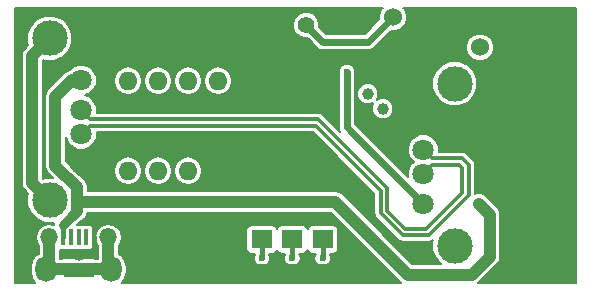
<source format=gtl>
G04 #@! TF.FileFunction,Copper,L1,Top,Signal*
%FSLAX46Y46*%
G04 Gerber Fmt 4.6, Leading zero omitted, Abs format (unit mm)*
G04 Created by KiCad (PCBNEW 4.0.1-stable) date Fri 18 Dec 2015 10:46:47 AM EET*
%MOMM*%
G01*
G04 APERTURE LIST*
%ADD10C,0.100000*%
%ADD11C,1.397000*%
%ADD12R,1.800860X1.597660*%
%ADD13C,1.000760*%
%ADD14C,1.800000*%
%ADD15C,2.999740*%
%ADD16C,1.524000*%
%ADD17O,1.600000X1.600000*%
%ADD18R,0.400000X1.350000*%
%ADD19O,1.500000X1.500000*%
%ADD20O,1.800000X2.200000*%
%ADD21R,2.500000X1.200000*%
%ADD22C,0.600000*%
%ADD23C,1.000000*%
%ADD24C,0.400000*%
%ADD25C,0.152400*%
%ADD26C,0.500000*%
%ADD27C,0.600000*%
%ADD28C,0.300000*%
%ADD29C,1.000000*%
%ADD30C,0.900000*%
%ADD31C,0.800000*%
%ADD32C,0.200000*%
G04 APERTURE END LIST*
D10*
D11*
X178320000Y-48550000D03*
X175780000Y-48550000D03*
D12*
X177180000Y-66675140D03*
X177180000Y-69514860D03*
X174605000Y-66675140D03*
X174605000Y-69514860D03*
D13*
X180975000Y-54325000D03*
X182245000Y-53055000D03*
X182245000Y-55595000D03*
D12*
X172030000Y-66675140D03*
X172030000Y-69514860D03*
D14*
X156750000Y-60322000D03*
X156750000Y-57782000D03*
X156750000Y-55750000D03*
X156750000Y-53210000D03*
D15*
X154083000Y-63370000D03*
X154083000Y-49654000D03*
D14*
X185700000Y-56537140D03*
X185700000Y-59077140D03*
X185700000Y-61109140D03*
X185700000Y-63649140D03*
D15*
X188367000Y-53489140D03*
X188367000Y-67205140D03*
D16*
X195580000Y-47860000D03*
X190500000Y-50400000D03*
X183134000Y-47860000D03*
D17*
X160710000Y-60870000D03*
X163250000Y-60870000D03*
X165790000Y-60870000D03*
X168330000Y-60870000D03*
X168330000Y-53250000D03*
X165790000Y-53250000D03*
X163250000Y-53250000D03*
X160710000Y-53250000D03*
D18*
X155224100Y-66500000D03*
X155874100Y-66500000D03*
X156524100Y-66500000D03*
X157174100Y-66500000D03*
X157824100Y-66500000D03*
D19*
X154024100Y-66500000D03*
X159024100Y-66500000D03*
D20*
X153775000Y-69200000D03*
X159275000Y-69200000D03*
D21*
X156525000Y-69262540D03*
D22*
X177180000Y-68263628D03*
D23*
X156550000Y-67950000D03*
D22*
X175900000Y-68375000D03*
X173325000Y-68375000D03*
X174605000Y-68263628D03*
X172030000Y-68263628D03*
X179225000Y-52500000D03*
D23*
X190400000Y-63649140D03*
D24*
X177180000Y-68263628D02*
X177180000Y-66675140D01*
X157824100Y-66500000D02*
X157824100Y-67575000D01*
X157824100Y-67575000D02*
X157449100Y-67950000D01*
X157449100Y-67950000D02*
X156550000Y-67950000D01*
D25*
X174605000Y-69514860D02*
X174706600Y-69514860D01*
X174706600Y-69514860D02*
X175846460Y-68375000D01*
X175846460Y-68375000D02*
X175900000Y-68375000D01*
X172030000Y-69514860D02*
X172131600Y-69514860D01*
X172131600Y-69514860D02*
X173271460Y-68375000D01*
X173271460Y-68375000D02*
X173325000Y-68375000D01*
D26*
X182170000Y-52980000D02*
X182245000Y-53055000D01*
D24*
X174605000Y-68263628D02*
X174605000Y-66675140D01*
D27*
X183134000Y-47860000D02*
X181019000Y-49975000D01*
X176478499Y-49248499D02*
X175780000Y-48550000D01*
X177205000Y-49975000D02*
X176478499Y-49248499D01*
X181019000Y-49975000D02*
X177205000Y-49975000D01*
D24*
X172030000Y-68263628D02*
X172030000Y-66675140D01*
D28*
X189525000Y-60361092D02*
X188982049Y-59818141D01*
X188982049Y-59818141D02*
X186441001Y-59818141D01*
X186441001Y-59818141D02*
X185700000Y-59077140D01*
X189525000Y-62938908D02*
X189525000Y-60361092D01*
X156750000Y-57782000D02*
X157491001Y-57040999D01*
X157491001Y-57040999D02*
X176577091Y-57040999D01*
X176577091Y-57040999D02*
X182100000Y-62563908D01*
X182100000Y-62563908D02*
X182100000Y-64463908D01*
X182100000Y-64463908D02*
X183936092Y-66300000D01*
X183936092Y-66300000D02*
X186163908Y-66300000D01*
X186163908Y-66300000D02*
X189525000Y-62938908D01*
X188975000Y-60588908D02*
X188754231Y-60368139D01*
X186441001Y-60368139D02*
X185700000Y-61109140D01*
X188754231Y-60368139D02*
X186441001Y-60368139D01*
X188975000Y-62711092D02*
X188975000Y-60588908D01*
X182650000Y-64236092D02*
X184163908Y-65750000D01*
X157491001Y-56491001D02*
X176804909Y-56491001D01*
X184163908Y-65750000D02*
X185936092Y-65750000D01*
X156750000Y-55750000D02*
X157491001Y-56491001D01*
X176804909Y-56491001D02*
X182650000Y-62336092D01*
X182650000Y-62336092D02*
X182650000Y-64236092D01*
X185936092Y-65750000D02*
X188975000Y-62711092D01*
D29*
X154083000Y-63370000D02*
X152583131Y-61870131D01*
X152583131Y-61870131D02*
X152583131Y-51153869D01*
X152583131Y-51153869D02*
X154083000Y-49654000D01*
X159024100Y-66500000D02*
X159024100Y-68949100D01*
X159024100Y-68949100D02*
X159275000Y-69200000D01*
X159275000Y-69200000D02*
X156587540Y-69200000D01*
X156587540Y-69200000D02*
X156525000Y-69262540D01*
X153775000Y-69200000D02*
X156462460Y-69200000D01*
X156462460Y-69200000D02*
X156525000Y-69262540D01*
X154024100Y-66500000D02*
X154024100Y-68950900D01*
X154024100Y-68950900D02*
X153775000Y-69200000D01*
D27*
X179225000Y-52500000D02*
X179225000Y-57174140D01*
X179225000Y-57174140D02*
X185700000Y-63649140D01*
D29*
X156375000Y-63500000D02*
X178225000Y-63500000D01*
X178225000Y-63500000D02*
X184375000Y-69650000D01*
X184375000Y-69650000D02*
X189800000Y-69650000D01*
X189800000Y-69650000D02*
X191325000Y-68125000D01*
X191325000Y-68125000D02*
X191325000Y-64574140D01*
X191325000Y-64574140D02*
X190400000Y-63649140D01*
X156375000Y-63500000D02*
X156375000Y-62250000D01*
X156375000Y-64274100D02*
X156375000Y-63500000D01*
D30*
X155949100Y-64700000D02*
X156375000Y-64274100D01*
D29*
X156375000Y-62250000D02*
X154550000Y-60425000D01*
X154550000Y-60425000D02*
X154550000Y-54575000D01*
X154550000Y-54575000D02*
X155915000Y-53210000D01*
X155915000Y-53210000D02*
X156750000Y-53210000D01*
D24*
X155224100Y-66500000D02*
X155224100Y-65425000D01*
D31*
X155224100Y-65425000D02*
X155949100Y-64700000D01*
D32*
G36*
X182149479Y-47200920D02*
X181972202Y-47627850D01*
X181971849Y-48032201D01*
X180729050Y-49275000D01*
X177494949Y-49275000D01*
X176973474Y-48753524D01*
X176878406Y-48658456D01*
X176878690Y-48332453D01*
X176711806Y-47928563D01*
X176403063Y-47619280D01*
X175999464Y-47451691D01*
X175562453Y-47451310D01*
X175158563Y-47618194D01*
X174849280Y-47926937D01*
X174681691Y-48330536D01*
X174681310Y-48767547D01*
X174848194Y-49171437D01*
X175156937Y-49480720D01*
X175560536Y-49648309D01*
X175888645Y-49648595D01*
X175983524Y-49743474D01*
X176710023Y-50469972D01*
X176710025Y-50469975D01*
X176781111Y-50517473D01*
X176937121Y-50621716D01*
X177205000Y-50675001D01*
X177205005Y-50675000D01*
X181019000Y-50675000D01*
X181244618Y-50630122D01*
X189337799Y-50630122D01*
X189514330Y-51057360D01*
X189840920Y-51384521D01*
X190267850Y-51561798D01*
X190730122Y-51562201D01*
X191157360Y-51385670D01*
X191484521Y-51059080D01*
X191661798Y-50632150D01*
X191662201Y-50169878D01*
X191485670Y-49742640D01*
X191159080Y-49415479D01*
X190732150Y-49238202D01*
X190269878Y-49237799D01*
X189842640Y-49414330D01*
X189515479Y-49740920D01*
X189338202Y-50167850D01*
X189337799Y-50630122D01*
X181244618Y-50630122D01*
X181286879Y-50621716D01*
X181513975Y-50469975D01*
X182962099Y-49021851D01*
X183364122Y-49022201D01*
X183791360Y-48845670D01*
X184118521Y-48519080D01*
X184295798Y-48092150D01*
X184296201Y-47629878D01*
X184119670Y-47202640D01*
X183992253Y-47075000D01*
X198650000Y-47075000D01*
X198650000Y-70350000D01*
X190341206Y-70350000D01*
X190436396Y-70286396D01*
X191961396Y-68761396D01*
X192156492Y-68469415D01*
X192225000Y-68125000D01*
X192225000Y-64574140D01*
X192156492Y-64229725D01*
X191961396Y-63937744D01*
X191036951Y-63013299D01*
X190910475Y-62886602D01*
X190744416Y-62817649D01*
X190744415Y-62817648D01*
X190744414Y-62817648D01*
X190579806Y-62749297D01*
X190221764Y-62748984D01*
X190075000Y-62809626D01*
X190075000Y-60361097D01*
X190075001Y-60361092D01*
X190033134Y-60150616D01*
X189958493Y-60038908D01*
X189913909Y-59972183D01*
X189913906Y-59972181D01*
X189370958Y-59429232D01*
X189192525Y-59310007D01*
X188982049Y-59268141D01*
X186999834Y-59268141D01*
X187000226Y-58819688D01*
X186802729Y-58341711D01*
X186437353Y-57975696D01*
X185959721Y-57777366D01*
X185442548Y-57776914D01*
X184964571Y-57974411D01*
X184598556Y-58339787D01*
X184400226Y-58817419D01*
X184399774Y-59334592D01*
X184597271Y-59812569D01*
X184877521Y-60093309D01*
X184598556Y-60371787D01*
X184400226Y-60849419D01*
X184399781Y-61358971D01*
X179925000Y-56884190D01*
X179925000Y-54503311D01*
X180074465Y-54503311D01*
X180211250Y-54834358D01*
X180464310Y-55087860D01*
X180795118Y-55225223D01*
X181153311Y-55225535D01*
X181479455Y-55090776D01*
X181344777Y-55415118D01*
X181344465Y-55773311D01*
X181481250Y-56104358D01*
X181734310Y-56357860D01*
X182065118Y-56495223D01*
X182423311Y-56495535D01*
X182754358Y-56358750D01*
X183007860Y-56105690D01*
X183145223Y-55774882D01*
X183145535Y-55416689D01*
X183008750Y-55085642D01*
X182755690Y-54832140D01*
X182424882Y-54694777D01*
X182066689Y-54694465D01*
X181740545Y-54829224D01*
X181875223Y-54504882D01*
X181875535Y-54146689D01*
X181759306Y-53865390D01*
X186466801Y-53865390D01*
X186755429Y-54563924D01*
X187289405Y-55098833D01*
X187987434Y-55388680D01*
X188743250Y-55389339D01*
X189441784Y-55100711D01*
X189976693Y-54566735D01*
X190266540Y-53868706D01*
X190267199Y-53112890D01*
X189978571Y-52414356D01*
X189444595Y-51879447D01*
X188746566Y-51589600D01*
X187990750Y-51588941D01*
X187292216Y-51877569D01*
X186757307Y-52411545D01*
X186467460Y-53109574D01*
X186466801Y-53865390D01*
X181759306Y-53865390D01*
X181738750Y-53815642D01*
X181485690Y-53562140D01*
X181154882Y-53424777D01*
X180796689Y-53424465D01*
X180465642Y-53561250D01*
X180212140Y-53814310D01*
X180074777Y-54145118D01*
X180074465Y-54503311D01*
X179925000Y-54503311D01*
X179925000Y-52500000D01*
X179925121Y-52361372D01*
X179818777Y-52104000D01*
X179622036Y-51906915D01*
X179364850Y-51800122D01*
X179086372Y-51799879D01*
X178829000Y-51906223D01*
X178631915Y-52102964D01*
X178525122Y-52360150D01*
X178524879Y-52638628D01*
X178525000Y-52638921D01*
X178525000Y-57174140D01*
X178578284Y-57442019D01*
X178667971Y-57576245D01*
X177193818Y-56102092D01*
X177015385Y-55982867D01*
X176804909Y-55941001D01*
X158049834Y-55941001D01*
X158050226Y-55492548D01*
X157852729Y-55014571D01*
X157487353Y-54648556D01*
X157081015Y-54479830D01*
X157485429Y-54312729D01*
X157851444Y-53947353D01*
X158049774Y-53469721D01*
X158049986Y-53226491D01*
X159510000Y-53226491D01*
X159510000Y-53273509D01*
X159601345Y-53732729D01*
X159861472Y-54122037D01*
X160250780Y-54382164D01*
X160710000Y-54473509D01*
X161169220Y-54382164D01*
X161558528Y-54122037D01*
X161818655Y-53732729D01*
X161910000Y-53273509D01*
X161910000Y-53226491D01*
X162050000Y-53226491D01*
X162050000Y-53273509D01*
X162141345Y-53732729D01*
X162401472Y-54122037D01*
X162790780Y-54382164D01*
X163250000Y-54473509D01*
X163709220Y-54382164D01*
X164098528Y-54122037D01*
X164358655Y-53732729D01*
X164450000Y-53273509D01*
X164450000Y-53226491D01*
X164590000Y-53226491D01*
X164590000Y-53273509D01*
X164681345Y-53732729D01*
X164941472Y-54122037D01*
X165330780Y-54382164D01*
X165790000Y-54473509D01*
X166249220Y-54382164D01*
X166638528Y-54122037D01*
X166898655Y-53732729D01*
X166990000Y-53273509D01*
X166990000Y-53226491D01*
X167130000Y-53226491D01*
X167130000Y-53273509D01*
X167221345Y-53732729D01*
X167481472Y-54122037D01*
X167870780Y-54382164D01*
X168330000Y-54473509D01*
X168789220Y-54382164D01*
X169178528Y-54122037D01*
X169438655Y-53732729D01*
X169530000Y-53273509D01*
X169530000Y-53226491D01*
X169438655Y-52767271D01*
X169178528Y-52377963D01*
X168789220Y-52117836D01*
X168330000Y-52026491D01*
X167870780Y-52117836D01*
X167481472Y-52377963D01*
X167221345Y-52767271D01*
X167130000Y-53226491D01*
X166990000Y-53226491D01*
X166898655Y-52767271D01*
X166638528Y-52377963D01*
X166249220Y-52117836D01*
X165790000Y-52026491D01*
X165330780Y-52117836D01*
X164941472Y-52377963D01*
X164681345Y-52767271D01*
X164590000Y-53226491D01*
X164450000Y-53226491D01*
X164358655Y-52767271D01*
X164098528Y-52377963D01*
X163709220Y-52117836D01*
X163250000Y-52026491D01*
X162790780Y-52117836D01*
X162401472Y-52377963D01*
X162141345Y-52767271D01*
X162050000Y-53226491D01*
X161910000Y-53226491D01*
X161818655Y-52767271D01*
X161558528Y-52377963D01*
X161169220Y-52117836D01*
X160710000Y-52026491D01*
X160250780Y-52117836D01*
X159861472Y-52377963D01*
X159601345Y-52767271D01*
X159510000Y-53226491D01*
X158049986Y-53226491D01*
X158050226Y-52952548D01*
X157852729Y-52474571D01*
X157487353Y-52108556D01*
X157009721Y-51910226D01*
X156492548Y-51909774D01*
X156014571Y-52107271D01*
X155785729Y-52335713D01*
X155570585Y-52378508D01*
X155278604Y-52573604D01*
X153913604Y-53938604D01*
X153718508Y-54230585D01*
X153650000Y-54575000D01*
X153650000Y-60425000D01*
X153718508Y-60769415D01*
X153913604Y-61061396D01*
X154322546Y-61470338D01*
X153706750Y-61469801D01*
X153529027Y-61543235D01*
X153483131Y-61497339D01*
X153483131Y-51526661D01*
X153528776Y-51481016D01*
X153703434Y-51553540D01*
X154459250Y-51554199D01*
X155157784Y-51265571D01*
X155692693Y-50731595D01*
X155982540Y-50033566D01*
X155983199Y-49277750D01*
X155694571Y-48579216D01*
X155160595Y-48044307D01*
X154462566Y-47754460D01*
X153706750Y-47753801D01*
X153008216Y-48042429D01*
X152473307Y-48576405D01*
X152183460Y-49274434D01*
X152182801Y-50030250D01*
X152256235Y-50207973D01*
X151946735Y-50517473D01*
X151751639Y-50809454D01*
X151683131Y-51153869D01*
X151683131Y-61870131D01*
X151751639Y-62214546D01*
X151946735Y-62506527D01*
X152255984Y-62815776D01*
X152183460Y-62990434D01*
X152182801Y-63746250D01*
X152471429Y-64444784D01*
X153005405Y-64979693D01*
X153703434Y-65269540D01*
X154454893Y-65270195D01*
X154427538Y-65407719D01*
X154024100Y-65327470D01*
X153584014Y-65415009D01*
X153210927Y-65664297D01*
X152961639Y-66037384D01*
X152874100Y-66477470D01*
X152874100Y-66522530D01*
X152961639Y-66962616D01*
X153124100Y-67205757D01*
X153124100Y-67872076D01*
X152855761Y-68051374D01*
X152573957Y-68473125D01*
X152475000Y-68970613D01*
X152475000Y-69429387D01*
X152573957Y-69926875D01*
X152855761Y-70348626D01*
X152857817Y-70350000D01*
X151150000Y-70350000D01*
X151150000Y-47075000D01*
X182275619Y-47075000D01*
X182149479Y-47200920D01*
X182149479Y-47200920D01*
G37*
X182149479Y-47200920D02*
X181972202Y-47627850D01*
X181971849Y-48032201D01*
X180729050Y-49275000D01*
X177494949Y-49275000D01*
X176973474Y-48753524D01*
X176878406Y-48658456D01*
X176878690Y-48332453D01*
X176711806Y-47928563D01*
X176403063Y-47619280D01*
X175999464Y-47451691D01*
X175562453Y-47451310D01*
X175158563Y-47618194D01*
X174849280Y-47926937D01*
X174681691Y-48330536D01*
X174681310Y-48767547D01*
X174848194Y-49171437D01*
X175156937Y-49480720D01*
X175560536Y-49648309D01*
X175888645Y-49648595D01*
X175983524Y-49743474D01*
X176710023Y-50469972D01*
X176710025Y-50469975D01*
X176781111Y-50517473D01*
X176937121Y-50621716D01*
X177205000Y-50675001D01*
X177205005Y-50675000D01*
X181019000Y-50675000D01*
X181244618Y-50630122D01*
X189337799Y-50630122D01*
X189514330Y-51057360D01*
X189840920Y-51384521D01*
X190267850Y-51561798D01*
X190730122Y-51562201D01*
X191157360Y-51385670D01*
X191484521Y-51059080D01*
X191661798Y-50632150D01*
X191662201Y-50169878D01*
X191485670Y-49742640D01*
X191159080Y-49415479D01*
X190732150Y-49238202D01*
X190269878Y-49237799D01*
X189842640Y-49414330D01*
X189515479Y-49740920D01*
X189338202Y-50167850D01*
X189337799Y-50630122D01*
X181244618Y-50630122D01*
X181286879Y-50621716D01*
X181513975Y-50469975D01*
X182962099Y-49021851D01*
X183364122Y-49022201D01*
X183791360Y-48845670D01*
X184118521Y-48519080D01*
X184295798Y-48092150D01*
X184296201Y-47629878D01*
X184119670Y-47202640D01*
X183992253Y-47075000D01*
X198650000Y-47075000D01*
X198650000Y-70350000D01*
X190341206Y-70350000D01*
X190436396Y-70286396D01*
X191961396Y-68761396D01*
X192156492Y-68469415D01*
X192225000Y-68125000D01*
X192225000Y-64574140D01*
X192156492Y-64229725D01*
X191961396Y-63937744D01*
X191036951Y-63013299D01*
X190910475Y-62886602D01*
X190744416Y-62817649D01*
X190744415Y-62817648D01*
X190744414Y-62817648D01*
X190579806Y-62749297D01*
X190221764Y-62748984D01*
X190075000Y-62809626D01*
X190075000Y-60361097D01*
X190075001Y-60361092D01*
X190033134Y-60150616D01*
X189958493Y-60038908D01*
X189913909Y-59972183D01*
X189913906Y-59972181D01*
X189370958Y-59429232D01*
X189192525Y-59310007D01*
X188982049Y-59268141D01*
X186999834Y-59268141D01*
X187000226Y-58819688D01*
X186802729Y-58341711D01*
X186437353Y-57975696D01*
X185959721Y-57777366D01*
X185442548Y-57776914D01*
X184964571Y-57974411D01*
X184598556Y-58339787D01*
X184400226Y-58817419D01*
X184399774Y-59334592D01*
X184597271Y-59812569D01*
X184877521Y-60093309D01*
X184598556Y-60371787D01*
X184400226Y-60849419D01*
X184399781Y-61358971D01*
X179925000Y-56884190D01*
X179925000Y-54503311D01*
X180074465Y-54503311D01*
X180211250Y-54834358D01*
X180464310Y-55087860D01*
X180795118Y-55225223D01*
X181153311Y-55225535D01*
X181479455Y-55090776D01*
X181344777Y-55415118D01*
X181344465Y-55773311D01*
X181481250Y-56104358D01*
X181734310Y-56357860D01*
X182065118Y-56495223D01*
X182423311Y-56495535D01*
X182754358Y-56358750D01*
X183007860Y-56105690D01*
X183145223Y-55774882D01*
X183145535Y-55416689D01*
X183008750Y-55085642D01*
X182755690Y-54832140D01*
X182424882Y-54694777D01*
X182066689Y-54694465D01*
X181740545Y-54829224D01*
X181875223Y-54504882D01*
X181875535Y-54146689D01*
X181759306Y-53865390D01*
X186466801Y-53865390D01*
X186755429Y-54563924D01*
X187289405Y-55098833D01*
X187987434Y-55388680D01*
X188743250Y-55389339D01*
X189441784Y-55100711D01*
X189976693Y-54566735D01*
X190266540Y-53868706D01*
X190267199Y-53112890D01*
X189978571Y-52414356D01*
X189444595Y-51879447D01*
X188746566Y-51589600D01*
X187990750Y-51588941D01*
X187292216Y-51877569D01*
X186757307Y-52411545D01*
X186467460Y-53109574D01*
X186466801Y-53865390D01*
X181759306Y-53865390D01*
X181738750Y-53815642D01*
X181485690Y-53562140D01*
X181154882Y-53424777D01*
X180796689Y-53424465D01*
X180465642Y-53561250D01*
X180212140Y-53814310D01*
X180074777Y-54145118D01*
X180074465Y-54503311D01*
X179925000Y-54503311D01*
X179925000Y-52500000D01*
X179925121Y-52361372D01*
X179818777Y-52104000D01*
X179622036Y-51906915D01*
X179364850Y-51800122D01*
X179086372Y-51799879D01*
X178829000Y-51906223D01*
X178631915Y-52102964D01*
X178525122Y-52360150D01*
X178524879Y-52638628D01*
X178525000Y-52638921D01*
X178525000Y-57174140D01*
X178578284Y-57442019D01*
X178667971Y-57576245D01*
X177193818Y-56102092D01*
X177015385Y-55982867D01*
X176804909Y-55941001D01*
X158049834Y-55941001D01*
X158050226Y-55492548D01*
X157852729Y-55014571D01*
X157487353Y-54648556D01*
X157081015Y-54479830D01*
X157485429Y-54312729D01*
X157851444Y-53947353D01*
X158049774Y-53469721D01*
X158049986Y-53226491D01*
X159510000Y-53226491D01*
X159510000Y-53273509D01*
X159601345Y-53732729D01*
X159861472Y-54122037D01*
X160250780Y-54382164D01*
X160710000Y-54473509D01*
X161169220Y-54382164D01*
X161558528Y-54122037D01*
X161818655Y-53732729D01*
X161910000Y-53273509D01*
X161910000Y-53226491D01*
X162050000Y-53226491D01*
X162050000Y-53273509D01*
X162141345Y-53732729D01*
X162401472Y-54122037D01*
X162790780Y-54382164D01*
X163250000Y-54473509D01*
X163709220Y-54382164D01*
X164098528Y-54122037D01*
X164358655Y-53732729D01*
X164450000Y-53273509D01*
X164450000Y-53226491D01*
X164590000Y-53226491D01*
X164590000Y-53273509D01*
X164681345Y-53732729D01*
X164941472Y-54122037D01*
X165330780Y-54382164D01*
X165790000Y-54473509D01*
X166249220Y-54382164D01*
X166638528Y-54122037D01*
X166898655Y-53732729D01*
X166990000Y-53273509D01*
X166990000Y-53226491D01*
X167130000Y-53226491D01*
X167130000Y-53273509D01*
X167221345Y-53732729D01*
X167481472Y-54122037D01*
X167870780Y-54382164D01*
X168330000Y-54473509D01*
X168789220Y-54382164D01*
X169178528Y-54122037D01*
X169438655Y-53732729D01*
X169530000Y-53273509D01*
X169530000Y-53226491D01*
X169438655Y-52767271D01*
X169178528Y-52377963D01*
X168789220Y-52117836D01*
X168330000Y-52026491D01*
X167870780Y-52117836D01*
X167481472Y-52377963D01*
X167221345Y-52767271D01*
X167130000Y-53226491D01*
X166990000Y-53226491D01*
X166898655Y-52767271D01*
X166638528Y-52377963D01*
X166249220Y-52117836D01*
X165790000Y-52026491D01*
X165330780Y-52117836D01*
X164941472Y-52377963D01*
X164681345Y-52767271D01*
X164590000Y-53226491D01*
X164450000Y-53226491D01*
X164358655Y-52767271D01*
X164098528Y-52377963D01*
X163709220Y-52117836D01*
X163250000Y-52026491D01*
X162790780Y-52117836D01*
X162401472Y-52377963D01*
X162141345Y-52767271D01*
X162050000Y-53226491D01*
X161910000Y-53226491D01*
X161818655Y-52767271D01*
X161558528Y-52377963D01*
X161169220Y-52117836D01*
X160710000Y-52026491D01*
X160250780Y-52117836D01*
X159861472Y-52377963D01*
X159601345Y-52767271D01*
X159510000Y-53226491D01*
X158049986Y-53226491D01*
X158050226Y-52952548D01*
X157852729Y-52474571D01*
X157487353Y-52108556D01*
X157009721Y-51910226D01*
X156492548Y-51909774D01*
X156014571Y-52107271D01*
X155785729Y-52335713D01*
X155570585Y-52378508D01*
X155278604Y-52573604D01*
X153913604Y-53938604D01*
X153718508Y-54230585D01*
X153650000Y-54575000D01*
X153650000Y-60425000D01*
X153718508Y-60769415D01*
X153913604Y-61061396D01*
X154322546Y-61470338D01*
X153706750Y-61469801D01*
X153529027Y-61543235D01*
X153483131Y-61497339D01*
X153483131Y-51526661D01*
X153528776Y-51481016D01*
X153703434Y-51553540D01*
X154459250Y-51554199D01*
X155157784Y-51265571D01*
X155692693Y-50731595D01*
X155982540Y-50033566D01*
X155983199Y-49277750D01*
X155694571Y-48579216D01*
X155160595Y-48044307D01*
X154462566Y-47754460D01*
X153706750Y-47753801D01*
X153008216Y-48042429D01*
X152473307Y-48576405D01*
X152183460Y-49274434D01*
X152182801Y-50030250D01*
X152256235Y-50207973D01*
X151946735Y-50517473D01*
X151751639Y-50809454D01*
X151683131Y-51153869D01*
X151683131Y-61870131D01*
X151751639Y-62214546D01*
X151946735Y-62506527D01*
X152255984Y-62815776D01*
X152183460Y-62990434D01*
X152182801Y-63746250D01*
X152471429Y-64444784D01*
X153005405Y-64979693D01*
X153703434Y-65269540D01*
X154454893Y-65270195D01*
X154427538Y-65407719D01*
X154024100Y-65327470D01*
X153584014Y-65415009D01*
X153210927Y-65664297D01*
X152961639Y-66037384D01*
X152874100Y-66477470D01*
X152874100Y-66522530D01*
X152961639Y-66962616D01*
X153124100Y-67205757D01*
X153124100Y-67872076D01*
X152855761Y-68051374D01*
X152573957Y-68473125D01*
X152475000Y-68970613D01*
X152475000Y-69429387D01*
X152573957Y-69926875D01*
X152855761Y-70348626D01*
X152857817Y-70350000D01*
X151150000Y-70350000D01*
X151150000Y-47075000D01*
X182275619Y-47075000D01*
X182149479Y-47200920D01*
G36*
X183738604Y-70286396D02*
X183833794Y-70350000D01*
X160192183Y-70350000D01*
X160194239Y-70348626D01*
X160476043Y-69926875D01*
X160575000Y-69429387D01*
X160575000Y-68970613D01*
X160476043Y-68473125D01*
X160194239Y-68051374D01*
X159924100Y-67870874D01*
X159924100Y-67205757D01*
X160086561Y-66962616D01*
X160174100Y-66522530D01*
X160174100Y-66477470D01*
X160086561Y-66037384D01*
X159978936Y-65876310D01*
X170721734Y-65876310D01*
X170721734Y-67473970D01*
X170749626Y-67622201D01*
X170837230Y-67758342D01*
X170970899Y-67849674D01*
X171129570Y-67881806D01*
X171430000Y-67881806D01*
X171430000Y-67883245D01*
X171330122Y-68123778D01*
X171329879Y-68402256D01*
X171436223Y-68659628D01*
X171632964Y-68856713D01*
X171890150Y-68963506D01*
X172168628Y-68963749D01*
X172426000Y-68857405D01*
X172623085Y-68660664D01*
X172729878Y-68403478D01*
X172730121Y-68125000D01*
X172630000Y-67882689D01*
X172630000Y-67881806D01*
X172930430Y-67881806D01*
X173078661Y-67853914D01*
X173214802Y-67766310D01*
X173306134Y-67632641D01*
X173316738Y-67580279D01*
X173324626Y-67622201D01*
X173412230Y-67758342D01*
X173545899Y-67849674D01*
X173704570Y-67881806D01*
X174005000Y-67881806D01*
X174005000Y-67883245D01*
X173905122Y-68123778D01*
X173904879Y-68402256D01*
X174011223Y-68659628D01*
X174207964Y-68856713D01*
X174465150Y-68963506D01*
X174743628Y-68963749D01*
X175001000Y-68857405D01*
X175198085Y-68660664D01*
X175304878Y-68403478D01*
X175305121Y-68125000D01*
X175205000Y-67882689D01*
X175205000Y-67881806D01*
X175505430Y-67881806D01*
X175653661Y-67853914D01*
X175789802Y-67766310D01*
X175881134Y-67632641D01*
X175891738Y-67580279D01*
X175899626Y-67622201D01*
X175987230Y-67758342D01*
X176120899Y-67849674D01*
X176279570Y-67881806D01*
X176580000Y-67881806D01*
X176580000Y-67883245D01*
X176480122Y-68123778D01*
X176479879Y-68402256D01*
X176586223Y-68659628D01*
X176782964Y-68856713D01*
X177040150Y-68963506D01*
X177318628Y-68963749D01*
X177576000Y-68857405D01*
X177773085Y-68660664D01*
X177879878Y-68403478D01*
X177880121Y-68125000D01*
X177780000Y-67882689D01*
X177780000Y-67881806D01*
X178080430Y-67881806D01*
X178228661Y-67853914D01*
X178364802Y-67766310D01*
X178456134Y-67632641D01*
X178488266Y-67473970D01*
X178488266Y-65876310D01*
X178460374Y-65728079D01*
X178372770Y-65591938D01*
X178239101Y-65500606D01*
X178080430Y-65468474D01*
X176279570Y-65468474D01*
X176131339Y-65496366D01*
X175995198Y-65583970D01*
X175903866Y-65717639D01*
X175893262Y-65770001D01*
X175885374Y-65728079D01*
X175797770Y-65591938D01*
X175664101Y-65500606D01*
X175505430Y-65468474D01*
X173704570Y-65468474D01*
X173556339Y-65496366D01*
X173420198Y-65583970D01*
X173328866Y-65717639D01*
X173318262Y-65770001D01*
X173310374Y-65728079D01*
X173222770Y-65591938D01*
X173089101Y-65500606D01*
X172930430Y-65468474D01*
X171129570Y-65468474D01*
X170981339Y-65496366D01*
X170845198Y-65583970D01*
X170753866Y-65717639D01*
X170721734Y-65876310D01*
X159978936Y-65876310D01*
X159837273Y-65664297D01*
X159464186Y-65415009D01*
X159024100Y-65327470D01*
X158584014Y-65415009D01*
X158210927Y-65664297D01*
X157961639Y-66037384D01*
X157874100Y-66477470D01*
X157874100Y-66522530D01*
X157961639Y-66962616D01*
X158124100Y-67205757D01*
X158124100Y-68300000D01*
X157952937Y-68300000D01*
X157933671Y-68286836D01*
X157775000Y-68254704D01*
X155275000Y-68254704D01*
X155126769Y-68282596D01*
X155099722Y-68300000D01*
X154924100Y-68300000D01*
X154924100Y-67562585D01*
X155024100Y-67582836D01*
X155424100Y-67582836D01*
X155553689Y-67558452D01*
X155674100Y-67582836D01*
X156074100Y-67582836D01*
X156203689Y-67558452D01*
X156324100Y-67582836D01*
X156724100Y-67582836D01*
X156853689Y-67558452D01*
X156974100Y-67582836D01*
X157374100Y-67582836D01*
X157522331Y-67554944D01*
X157658472Y-67467340D01*
X157749804Y-67333671D01*
X157781936Y-67175000D01*
X157781936Y-65825000D01*
X157754044Y-65676769D01*
X157666440Y-65540628D01*
X157532771Y-65449296D01*
X157374100Y-65417164D01*
X156974100Y-65417164D01*
X156844511Y-65441548D01*
X156724100Y-65417164D01*
X156376351Y-65417164D01*
X156550141Y-65301041D01*
X156798296Y-65052885D01*
X157011396Y-64910496D01*
X157206492Y-64618515D01*
X157249957Y-64400000D01*
X177852208Y-64400000D01*
X183738604Y-70286396D01*
X183738604Y-70286396D01*
G37*
X183738604Y-70286396D02*
X183833794Y-70350000D01*
X160192183Y-70350000D01*
X160194239Y-70348626D01*
X160476043Y-69926875D01*
X160575000Y-69429387D01*
X160575000Y-68970613D01*
X160476043Y-68473125D01*
X160194239Y-68051374D01*
X159924100Y-67870874D01*
X159924100Y-67205757D01*
X160086561Y-66962616D01*
X160174100Y-66522530D01*
X160174100Y-66477470D01*
X160086561Y-66037384D01*
X159978936Y-65876310D01*
X170721734Y-65876310D01*
X170721734Y-67473970D01*
X170749626Y-67622201D01*
X170837230Y-67758342D01*
X170970899Y-67849674D01*
X171129570Y-67881806D01*
X171430000Y-67881806D01*
X171430000Y-67883245D01*
X171330122Y-68123778D01*
X171329879Y-68402256D01*
X171436223Y-68659628D01*
X171632964Y-68856713D01*
X171890150Y-68963506D01*
X172168628Y-68963749D01*
X172426000Y-68857405D01*
X172623085Y-68660664D01*
X172729878Y-68403478D01*
X172730121Y-68125000D01*
X172630000Y-67882689D01*
X172630000Y-67881806D01*
X172930430Y-67881806D01*
X173078661Y-67853914D01*
X173214802Y-67766310D01*
X173306134Y-67632641D01*
X173316738Y-67580279D01*
X173324626Y-67622201D01*
X173412230Y-67758342D01*
X173545899Y-67849674D01*
X173704570Y-67881806D01*
X174005000Y-67881806D01*
X174005000Y-67883245D01*
X173905122Y-68123778D01*
X173904879Y-68402256D01*
X174011223Y-68659628D01*
X174207964Y-68856713D01*
X174465150Y-68963506D01*
X174743628Y-68963749D01*
X175001000Y-68857405D01*
X175198085Y-68660664D01*
X175304878Y-68403478D01*
X175305121Y-68125000D01*
X175205000Y-67882689D01*
X175205000Y-67881806D01*
X175505430Y-67881806D01*
X175653661Y-67853914D01*
X175789802Y-67766310D01*
X175881134Y-67632641D01*
X175891738Y-67580279D01*
X175899626Y-67622201D01*
X175987230Y-67758342D01*
X176120899Y-67849674D01*
X176279570Y-67881806D01*
X176580000Y-67881806D01*
X176580000Y-67883245D01*
X176480122Y-68123778D01*
X176479879Y-68402256D01*
X176586223Y-68659628D01*
X176782964Y-68856713D01*
X177040150Y-68963506D01*
X177318628Y-68963749D01*
X177576000Y-68857405D01*
X177773085Y-68660664D01*
X177879878Y-68403478D01*
X177880121Y-68125000D01*
X177780000Y-67882689D01*
X177780000Y-67881806D01*
X178080430Y-67881806D01*
X178228661Y-67853914D01*
X178364802Y-67766310D01*
X178456134Y-67632641D01*
X178488266Y-67473970D01*
X178488266Y-65876310D01*
X178460374Y-65728079D01*
X178372770Y-65591938D01*
X178239101Y-65500606D01*
X178080430Y-65468474D01*
X176279570Y-65468474D01*
X176131339Y-65496366D01*
X175995198Y-65583970D01*
X175903866Y-65717639D01*
X175893262Y-65770001D01*
X175885374Y-65728079D01*
X175797770Y-65591938D01*
X175664101Y-65500606D01*
X175505430Y-65468474D01*
X173704570Y-65468474D01*
X173556339Y-65496366D01*
X173420198Y-65583970D01*
X173328866Y-65717639D01*
X173318262Y-65770001D01*
X173310374Y-65728079D01*
X173222770Y-65591938D01*
X173089101Y-65500606D01*
X172930430Y-65468474D01*
X171129570Y-65468474D01*
X170981339Y-65496366D01*
X170845198Y-65583970D01*
X170753866Y-65717639D01*
X170721734Y-65876310D01*
X159978936Y-65876310D01*
X159837273Y-65664297D01*
X159464186Y-65415009D01*
X159024100Y-65327470D01*
X158584014Y-65415009D01*
X158210927Y-65664297D01*
X157961639Y-66037384D01*
X157874100Y-66477470D01*
X157874100Y-66522530D01*
X157961639Y-66962616D01*
X158124100Y-67205757D01*
X158124100Y-68300000D01*
X157952937Y-68300000D01*
X157933671Y-68286836D01*
X157775000Y-68254704D01*
X155275000Y-68254704D01*
X155126769Y-68282596D01*
X155099722Y-68300000D01*
X154924100Y-68300000D01*
X154924100Y-67562585D01*
X155024100Y-67582836D01*
X155424100Y-67582836D01*
X155553689Y-67558452D01*
X155674100Y-67582836D01*
X156074100Y-67582836D01*
X156203689Y-67558452D01*
X156324100Y-67582836D01*
X156724100Y-67582836D01*
X156853689Y-67558452D01*
X156974100Y-67582836D01*
X157374100Y-67582836D01*
X157522331Y-67554944D01*
X157658472Y-67467340D01*
X157749804Y-67333671D01*
X157781936Y-67175000D01*
X157781936Y-65825000D01*
X157754044Y-65676769D01*
X157666440Y-65540628D01*
X157532771Y-65449296D01*
X157374100Y-65417164D01*
X156974100Y-65417164D01*
X156844511Y-65441548D01*
X156724100Y-65417164D01*
X156376351Y-65417164D01*
X156550141Y-65301041D01*
X156798296Y-65052885D01*
X157011396Y-64910496D01*
X157206492Y-64618515D01*
X157249957Y-64400000D01*
X177852208Y-64400000D01*
X183738604Y-70286396D01*
G36*
X181550000Y-62791726D02*
X181550000Y-64463908D01*
X181591866Y-64674384D01*
X181711091Y-64852817D01*
X183547183Y-66688909D01*
X183725616Y-66808134D01*
X183936092Y-66850000D01*
X186163908Y-66850000D01*
X186374384Y-66808134D01*
X186513223Y-66715365D01*
X186467460Y-66825574D01*
X186466801Y-67581390D01*
X186755429Y-68279924D01*
X187224685Y-68750000D01*
X184747792Y-68750000D01*
X178861396Y-62863604D01*
X178569415Y-62668508D01*
X178225000Y-62600000D01*
X157275000Y-62600000D01*
X157275000Y-62250000D01*
X157206492Y-61905585D01*
X157011396Y-61613604D01*
X156244283Y-60846491D01*
X159510000Y-60846491D01*
X159510000Y-60893509D01*
X159601345Y-61352729D01*
X159861472Y-61742037D01*
X160250780Y-62002164D01*
X160710000Y-62093509D01*
X161169220Y-62002164D01*
X161558528Y-61742037D01*
X161818655Y-61352729D01*
X161910000Y-60893509D01*
X161910000Y-60846491D01*
X162050000Y-60846491D01*
X162050000Y-60893509D01*
X162141345Y-61352729D01*
X162401472Y-61742037D01*
X162790780Y-62002164D01*
X163250000Y-62093509D01*
X163709220Y-62002164D01*
X164098528Y-61742037D01*
X164358655Y-61352729D01*
X164450000Y-60893509D01*
X164450000Y-60846491D01*
X164590000Y-60846491D01*
X164590000Y-60893509D01*
X164681345Y-61352729D01*
X164941472Y-61742037D01*
X165330780Y-62002164D01*
X165790000Y-62093509D01*
X166249220Y-62002164D01*
X166638528Y-61742037D01*
X166898655Y-61352729D01*
X166990000Y-60893509D01*
X166990000Y-60846491D01*
X166898655Y-60387271D01*
X166638528Y-59997963D01*
X166249220Y-59737836D01*
X165790000Y-59646491D01*
X165330780Y-59737836D01*
X164941472Y-59997963D01*
X164681345Y-60387271D01*
X164590000Y-60846491D01*
X164450000Y-60846491D01*
X164358655Y-60387271D01*
X164098528Y-59997963D01*
X163709220Y-59737836D01*
X163250000Y-59646491D01*
X162790780Y-59737836D01*
X162401472Y-59997963D01*
X162141345Y-60387271D01*
X162050000Y-60846491D01*
X161910000Y-60846491D01*
X161818655Y-60387271D01*
X161558528Y-59997963D01*
X161169220Y-59737836D01*
X160710000Y-59646491D01*
X160250780Y-59737836D01*
X159861472Y-59997963D01*
X159601345Y-60387271D01*
X159510000Y-60846491D01*
X156244283Y-60846491D01*
X155450000Y-60052208D01*
X155450000Y-58039999D01*
X155647271Y-58517429D01*
X156012647Y-58883444D01*
X156490279Y-59081774D01*
X157007452Y-59082226D01*
X157485429Y-58884729D01*
X157851444Y-58519353D01*
X158049774Y-58041721D01*
X158050168Y-57590999D01*
X176349273Y-57590999D01*
X181550000Y-62791726D01*
X181550000Y-62791726D01*
G37*
X181550000Y-62791726D02*
X181550000Y-64463908D01*
X181591866Y-64674384D01*
X181711091Y-64852817D01*
X183547183Y-66688909D01*
X183725616Y-66808134D01*
X183936092Y-66850000D01*
X186163908Y-66850000D01*
X186374384Y-66808134D01*
X186513223Y-66715365D01*
X186467460Y-66825574D01*
X186466801Y-67581390D01*
X186755429Y-68279924D01*
X187224685Y-68750000D01*
X184747792Y-68750000D01*
X178861396Y-62863604D01*
X178569415Y-62668508D01*
X178225000Y-62600000D01*
X157275000Y-62600000D01*
X157275000Y-62250000D01*
X157206492Y-61905585D01*
X157011396Y-61613604D01*
X156244283Y-60846491D01*
X159510000Y-60846491D01*
X159510000Y-60893509D01*
X159601345Y-61352729D01*
X159861472Y-61742037D01*
X160250780Y-62002164D01*
X160710000Y-62093509D01*
X161169220Y-62002164D01*
X161558528Y-61742037D01*
X161818655Y-61352729D01*
X161910000Y-60893509D01*
X161910000Y-60846491D01*
X162050000Y-60846491D01*
X162050000Y-60893509D01*
X162141345Y-61352729D01*
X162401472Y-61742037D01*
X162790780Y-62002164D01*
X163250000Y-62093509D01*
X163709220Y-62002164D01*
X164098528Y-61742037D01*
X164358655Y-61352729D01*
X164450000Y-60893509D01*
X164450000Y-60846491D01*
X164590000Y-60846491D01*
X164590000Y-60893509D01*
X164681345Y-61352729D01*
X164941472Y-61742037D01*
X165330780Y-62002164D01*
X165790000Y-62093509D01*
X166249220Y-62002164D01*
X166638528Y-61742037D01*
X166898655Y-61352729D01*
X166990000Y-60893509D01*
X166990000Y-60846491D01*
X166898655Y-60387271D01*
X166638528Y-59997963D01*
X166249220Y-59737836D01*
X165790000Y-59646491D01*
X165330780Y-59737836D01*
X164941472Y-59997963D01*
X164681345Y-60387271D01*
X164590000Y-60846491D01*
X164450000Y-60846491D01*
X164358655Y-60387271D01*
X164098528Y-59997963D01*
X163709220Y-59737836D01*
X163250000Y-59646491D01*
X162790780Y-59737836D01*
X162401472Y-59997963D01*
X162141345Y-60387271D01*
X162050000Y-60846491D01*
X161910000Y-60846491D01*
X161818655Y-60387271D01*
X161558528Y-59997963D01*
X161169220Y-59737836D01*
X160710000Y-59646491D01*
X160250780Y-59737836D01*
X159861472Y-59997963D01*
X159601345Y-60387271D01*
X159510000Y-60846491D01*
X156244283Y-60846491D01*
X155450000Y-60052208D01*
X155450000Y-58039999D01*
X155647271Y-58517429D01*
X156012647Y-58883444D01*
X156490279Y-59081774D01*
X157007452Y-59082226D01*
X157485429Y-58884729D01*
X157851444Y-58519353D01*
X158049774Y-58041721D01*
X158050168Y-57590999D01*
X176349273Y-57590999D01*
X181550000Y-62791726D01*
M02*

</source>
